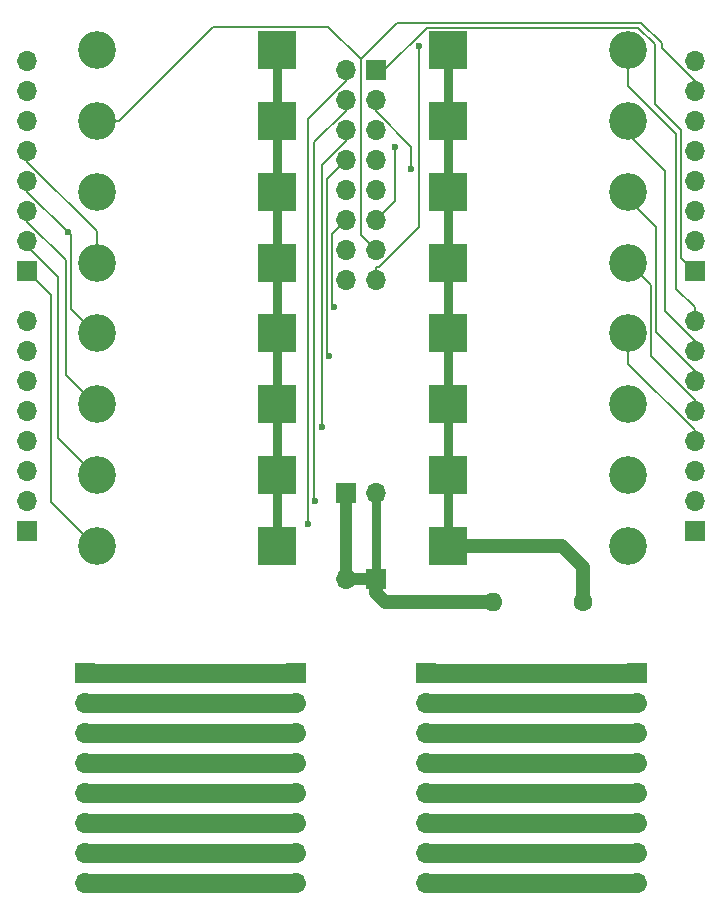
<source format=gbr>
%TF.GenerationSoftware,KiCad,Pcbnew,8.0.7*%
%TF.CreationDate,2025-01-06T10:47:41+08:00*%
%TF.ProjectId,V2.5 Mechanical Seven Segment Digit,56322e35-204d-4656-9368-616e6963616c,rev?*%
%TF.SameCoordinates,Original*%
%TF.FileFunction,Copper,L1,Top*%
%TF.FilePolarity,Positive*%
%FSLAX46Y46*%
G04 Gerber Fmt 4.6, Leading zero omitted, Abs format (unit mm)*
G04 Created by KiCad (PCBNEW 8.0.7) date 2025-01-06 10:47:41*
%MOMM*%
%LPD*%
G01*
G04 APERTURE LIST*
%TA.AperFunction,ComponentPad*%
%ADD10R,1.700000X1.700000*%
%TD*%
%TA.AperFunction,ComponentPad*%
%ADD11O,1.700000X1.700000*%
%TD*%
%TA.AperFunction,ComponentPad*%
%ADD12R,3.200000X3.200000*%
%TD*%
%TA.AperFunction,ComponentPad*%
%ADD13O,3.200000X3.200000*%
%TD*%
%TA.AperFunction,ComponentPad*%
%ADD14C,1.600000*%
%TD*%
%TA.AperFunction,ComponentPad*%
%ADD15O,1.600000X1.600000*%
%TD*%
%TA.AperFunction,ViaPad*%
%ADD16C,0.600000*%
%TD*%
%TA.AperFunction,Conductor*%
%ADD17C,0.200000*%
%TD*%
%TA.AperFunction,Conductor*%
%ADD18C,1.200000*%
%TD*%
%TA.AperFunction,Conductor*%
%ADD19C,0.800000*%
%TD*%
%TA.AperFunction,Conductor*%
%ADD20C,1.000000*%
%TD*%
%TA.AperFunction,Conductor*%
%ADD21C,1.600000*%
%TD*%
G04 APERTURE END LIST*
D10*
%TO.P,J9,1,Pin_1*%
%TO.N,Net-(J11-Pin_1)*%
X147500000Y-122250000D03*
D11*
%TO.P,J9,2,Pin_2*%
%TO.N,Net-(J11-Pin_2)*%
X147500000Y-124790000D03*
%TO.P,J9,3,Pin_3*%
%TO.N,Net-(J11-Pin_3)*%
X147500000Y-127330000D03*
%TO.P,J9,4,Pin_4*%
%TO.N,Net-(J11-Pin_4)*%
X147500000Y-129870000D03*
%TO.P,J9,5,Pin_5*%
%TO.N,Net-(J11-Pin_5)*%
X147500000Y-132410000D03*
%TO.P,J9,6,Pin_6*%
%TO.N,Net-(J11-Pin_6)*%
X147500000Y-134950000D03*
%TO.P,J9,7,Pin_7*%
%TO.N,Net-(J11-Pin_7)*%
X147500000Y-137490000D03*
%TO.P,J9,8,Pin_8*%
%TO.N,Net-(J11-Pin_8)*%
X147500000Y-140030000D03*
%TD*%
D12*
%TO.P,D5,1,K*%
%TO.N,Net-(D1-K)*%
X134870000Y-99500000D03*
D13*
%TO.P,D5,2,A*%
%TO.N,Net-(D5-A)*%
X119630000Y-99500000D03*
%TD*%
D10*
%TO.P,J12,1,Pin_1*%
%TO.N,Net-(D1-A)*%
X143250000Y-71220000D03*
D11*
%TO.P,J12,2,Pin_2*%
%TO.N,Net-(D2-A)*%
X140710000Y-71220000D03*
%TO.P,J12,3,Pin_3*%
%TO.N,Net-(D3-A)*%
X143250000Y-73760000D03*
%TO.P,J12,4,Pin_4*%
%TO.N,Net-(D4-A)*%
X140710000Y-73760000D03*
%TO.P,J12,5,Pin_5*%
%TO.N,Net-(D5-A)*%
X143250000Y-76300000D03*
%TO.P,J12,6,Pin_6*%
%TO.N,Net-(D6-A)*%
X140710000Y-76300000D03*
%TO.P,J12,7,Pin_7*%
%TO.N,Net-(D7-A)*%
X143250000Y-78840000D03*
%TO.P,J12,8,Pin_8*%
%TO.N,Net-(D8-A)*%
X140710000Y-78840000D03*
%TO.P,J12,9,Pin_9*%
%TO.N,Net-(D9-A)*%
X143250000Y-81380000D03*
%TO.P,J12,10,Pin_10*%
%TO.N,Net-(D10-A)*%
X140710000Y-81380000D03*
%TO.P,J12,11,Pin_11*%
%TO.N,Net-(D11-A)*%
X143250000Y-83920000D03*
%TO.P,J12,12,Pin_12*%
%TO.N,Net-(D12-A)*%
X140710000Y-83920000D03*
%TO.P,J12,13,Pin_13*%
%TO.N,Net-(D13-A)*%
X143250000Y-86460000D03*
%TO.P,J12,14,Pin_14*%
%TO.N,Net-(D14-A)*%
X140710000Y-86460000D03*
%TO.P,J12,15,Pin_15*%
%TO.N,Net-(D15-A)*%
X143250000Y-89000000D03*
%TO.P,J12,16,Pin_16*%
%TO.N,Net-(D16-A)*%
X140710000Y-89000000D03*
%TD*%
D12*
%TO.P,D2,1,K*%
%TO.N,Net-(D1-K)*%
X149380000Y-111500000D03*
D13*
%TO.P,D2,2,A*%
%TO.N,Net-(D2-A)*%
X164620000Y-111500000D03*
%TD*%
D12*
%TO.P,D12,1,K*%
%TO.N,Net-(D1-K)*%
X149380000Y-81500000D03*
D13*
%TO.P,D12,2,A*%
%TO.N,Net-(D12-A)*%
X164620000Y-81500000D03*
%TD*%
D12*
%TO.P,D3,1,K*%
%TO.N,Net-(D1-K)*%
X134870000Y-105500000D03*
D13*
%TO.P,D3,2,A*%
%TO.N,Net-(D3-A)*%
X119630000Y-105500000D03*
%TD*%
D12*
%TO.P,D8,1,K*%
%TO.N,Net-(D1-K)*%
X149380000Y-93500000D03*
D13*
%TO.P,D8,2,A*%
%TO.N,Net-(D8-A)*%
X164620000Y-93500000D03*
%TD*%
D12*
%TO.P,D7,1,K*%
%TO.N,Net-(D1-K)*%
X134870000Y-93500000D03*
D13*
%TO.P,D7,2,A*%
%TO.N,Net-(D7-A)*%
X119630000Y-93500000D03*
%TD*%
D12*
%TO.P,D6,1,K*%
%TO.N,Net-(D1-K)*%
X149380000Y-99500000D03*
D13*
%TO.P,D6,2,A*%
%TO.N,Net-(D6-A)*%
X164620000Y-99500000D03*
%TD*%
D10*
%TO.P,J3,1,Pin_1*%
%TO.N,Com Anode*%
X143250000Y-114275000D03*
D11*
%TO.P,J3,2,Pin_2*%
X140710000Y-114275000D03*
%TD*%
D10*
%TO.P,J10,1,Pin_1*%
%TO.N,Net-(J10-Pin_1)*%
X136500000Y-122260000D03*
D11*
%TO.P,J10,2,Pin_2*%
%TO.N,Net-(J10-Pin_2)*%
X136500000Y-124800000D03*
%TO.P,J10,3,Pin_3*%
%TO.N,Net-(J10-Pin_3)*%
X136500000Y-127340000D03*
%TO.P,J10,4,Pin_4*%
%TO.N,Net-(J10-Pin_4)*%
X136500000Y-129880000D03*
%TO.P,J10,5,Pin_5*%
%TO.N,Net-(J10-Pin_5)*%
X136500000Y-132420000D03*
%TO.P,J10,6,Pin_6*%
%TO.N,Net-(J10-Pin_6)*%
X136500000Y-134960000D03*
%TO.P,J10,7,Pin_7*%
%TO.N,Net-(J10-Pin_7)*%
X136500000Y-137500000D03*
%TO.P,J10,8,Pin_8*%
%TO.N,Net-(J10-Pin_8)*%
X136500000Y-140040000D03*
%TD*%
D12*
%TO.P,D14,1,K*%
%TO.N,Net-(D1-K)*%
X149380000Y-75500000D03*
D13*
%TO.P,D14,2,A*%
%TO.N,Net-(D14-A)*%
X164620000Y-75500000D03*
%TD*%
D12*
%TO.P,D15,1,K*%
%TO.N,Net-(D1-K)*%
X134870000Y-69500000D03*
D13*
%TO.P,D15,2,A*%
%TO.N,Net-(D15-A)*%
X119630000Y-69500000D03*
%TD*%
D14*
%TO.P,R1,1*%
%TO.N,Net-(D1-K)*%
X160810000Y-116250000D03*
D15*
%TO.P,R1,2*%
%TO.N,Com Anode*%
X153190000Y-116250000D03*
%TD*%
D12*
%TO.P,D9,1,K*%
%TO.N,Net-(D1-K)*%
X134870000Y-87500000D03*
D13*
%TO.P,D9,2,A*%
%TO.N,Net-(D9-A)*%
X119630000Y-87500000D03*
%TD*%
D12*
%TO.P,D11,1,K*%
%TO.N,Net-(D1-K)*%
X134870000Y-81500000D03*
D13*
%TO.P,D11,2,A*%
%TO.N,Net-(D11-A)*%
X119630000Y-81500000D03*
%TD*%
D10*
%TO.P,J8,1,Pin_1*%
%TO.N,Net-(J10-Pin_1)*%
X118600000Y-122260000D03*
D11*
%TO.P,J8,2,Pin_2*%
%TO.N,Net-(J10-Pin_2)*%
X118600000Y-124800000D03*
%TO.P,J8,3,Pin_3*%
%TO.N,Net-(J10-Pin_3)*%
X118600000Y-127340000D03*
%TO.P,J8,4,Pin_4*%
%TO.N,Net-(J10-Pin_4)*%
X118600000Y-129880000D03*
%TO.P,J8,5,Pin_5*%
%TO.N,Net-(J10-Pin_5)*%
X118600000Y-132420000D03*
%TO.P,J8,6,Pin_6*%
%TO.N,Net-(J10-Pin_6)*%
X118600000Y-134960000D03*
%TO.P,J8,7,Pin_7*%
%TO.N,Net-(J10-Pin_7)*%
X118600000Y-137500000D03*
%TO.P,J8,8,Pin_8*%
%TO.N,Net-(J10-Pin_8)*%
X118600000Y-140040000D03*
%TD*%
D12*
%TO.P,D4,1,K*%
%TO.N,Net-(D1-K)*%
X149380000Y-105500000D03*
D13*
%TO.P,D4,2,A*%
%TO.N,Net-(D4-A)*%
X164620000Y-105500000D03*
%TD*%
D12*
%TO.P,D10,1,K*%
%TO.N,Net-(D1-K)*%
X149380000Y-87500000D03*
D13*
%TO.P,D10,2,A*%
%TO.N,Net-(D10-A)*%
X164620000Y-87500000D03*
%TD*%
D10*
%TO.P,J11,1,Pin_1*%
%TO.N,Net-(J11-Pin_1)*%
X165400000Y-122250000D03*
D11*
%TO.P,J11,2,Pin_2*%
%TO.N,Net-(J11-Pin_2)*%
X165400000Y-124790000D03*
%TO.P,J11,3,Pin_3*%
%TO.N,Net-(J11-Pin_3)*%
X165400000Y-127330000D03*
%TO.P,J11,4,Pin_4*%
%TO.N,Net-(J11-Pin_4)*%
X165400000Y-129870000D03*
%TO.P,J11,5,Pin_5*%
%TO.N,Net-(J11-Pin_5)*%
X165400000Y-132410000D03*
%TO.P,J11,6,Pin_6*%
%TO.N,Net-(J11-Pin_6)*%
X165400000Y-134950000D03*
%TO.P,J11,7,Pin_7*%
%TO.N,Net-(J11-Pin_7)*%
X165400000Y-137490000D03*
%TO.P,J11,8,Pin_8*%
%TO.N,Net-(J11-Pin_8)*%
X165400000Y-140030000D03*
%TD*%
D12*
%TO.P,D1,1,K*%
%TO.N,Net-(D1-K)*%
X134870000Y-111500000D03*
D13*
%TO.P,D1,2,A*%
%TO.N,Net-(D1-A)*%
X119630000Y-111500000D03*
%TD*%
D12*
%TO.P,D16,1,K*%
%TO.N,Net-(D1-K)*%
X149380000Y-69500000D03*
D13*
%TO.P,D16,2,A*%
%TO.N,Net-(D16-A)*%
X164620000Y-69500000D03*
%TD*%
D12*
%TO.P,D13,1,K*%
%TO.N,Net-(D1-K)*%
X134870000Y-75500000D03*
D13*
%TO.P,D13,2,A*%
%TO.N,Net-(D13-A)*%
X119630000Y-75500000D03*
%TD*%
D10*
%TO.P,J6,1,Pin_1*%
%TO.N,Net-(D1-A)*%
X170250000Y-88230000D03*
D11*
%TO.P,J6,2,Pin_2*%
%TO.N,Net-(D3-A)*%
X170250000Y-85690000D03*
%TO.P,J6,3,Pin_3*%
%TO.N,Net-(D5-A)*%
X170250000Y-83150000D03*
%TO.P,J6,4,Pin_4*%
%TO.N,Net-(D7-A)*%
X170250000Y-80610000D03*
%TO.P,J6,5,Pin_5*%
%TO.N,Net-(D9-A)*%
X170250000Y-78070000D03*
%TO.P,J6,6,Pin_6*%
%TO.N,Net-(D11-A)*%
X170250000Y-75530000D03*
%TO.P,J6,7,Pin_7*%
%TO.N,Net-(D13-A)*%
X170250000Y-72990000D03*
%TO.P,J6,8,Pin_8*%
%TO.N,Net-(D15-A)*%
X170250000Y-70450000D03*
%TD*%
D10*
%TO.P,J5,1,Pin_1*%
%TO.N,Com Anode*%
X140710000Y-107025000D03*
D11*
%TO.P,J5,2,Pin_2*%
X143250000Y-107025000D03*
%TD*%
D10*
%TO.P,J2,1,Pin_1*%
%TO.N,Net-(D2-A)*%
X113750000Y-110200000D03*
D11*
%TO.P,J2,2,Pin_2*%
%TO.N,Net-(D4-A)*%
X113750000Y-107660000D03*
%TO.P,J2,3,Pin_3*%
%TO.N,Net-(D6-A)*%
X113750000Y-105120000D03*
%TO.P,J2,4,Pin_4*%
%TO.N,Net-(D8-A)*%
X113750000Y-102580000D03*
%TO.P,J2,5,Pin_5*%
%TO.N,Net-(D10-A)*%
X113750000Y-100040000D03*
%TO.P,J2,6,Pin_6*%
%TO.N,Net-(D12-A)*%
X113750000Y-97500000D03*
%TO.P,J2,7,Pin_7*%
%TO.N,Net-(D14-A)*%
X113750000Y-94960000D03*
%TO.P,J2,8,Pin_8*%
%TO.N,Net-(D16-A)*%
X113750000Y-92420000D03*
%TD*%
D10*
%TO.P,J1,1,Pin_1*%
%TO.N,Net-(D1-A)*%
X113750000Y-88240000D03*
D11*
%TO.P,J1,2,Pin_2*%
%TO.N,Net-(D3-A)*%
X113750000Y-85700000D03*
%TO.P,J1,3,Pin_3*%
%TO.N,Net-(D5-A)*%
X113750000Y-83160000D03*
%TO.P,J1,4,Pin_4*%
%TO.N,Net-(D7-A)*%
X113750000Y-80620000D03*
%TO.P,J1,5,Pin_5*%
%TO.N,Net-(D9-A)*%
X113750000Y-78080000D03*
%TO.P,J1,6,Pin_6*%
%TO.N,Net-(D11-A)*%
X113750000Y-75540000D03*
%TO.P,J1,7,Pin_7*%
%TO.N,Net-(D13-A)*%
X113750000Y-73000000D03*
%TO.P,J1,8,Pin_8*%
%TO.N,Net-(D15-A)*%
X113750000Y-70460000D03*
%TD*%
D10*
%TO.P,J7,1,Pin_1*%
%TO.N,Net-(D2-A)*%
X170250000Y-110200000D03*
D11*
%TO.P,J7,2,Pin_2*%
%TO.N,Net-(D4-A)*%
X170250000Y-107660000D03*
%TO.P,J7,3,Pin_3*%
%TO.N,Net-(D6-A)*%
X170250000Y-105120000D03*
%TO.P,J7,4,Pin_4*%
%TO.N,Net-(D8-A)*%
X170250000Y-102580000D03*
%TO.P,J7,5,Pin_5*%
%TO.N,Net-(D10-A)*%
X170250000Y-100040000D03*
%TO.P,J7,6,Pin_6*%
%TO.N,Net-(D12-A)*%
X170250000Y-97500000D03*
%TO.P,J7,7,Pin_7*%
%TO.N,Net-(D14-A)*%
X170250000Y-94960000D03*
%TO.P,J7,8,Pin_8*%
%TO.N,Net-(D16-A)*%
X170250000Y-92420000D03*
%TD*%
D16*
%TO.N,Net-(D2-A)*%
X137486400Y-109598300D03*
%TO.N,Net-(D3-A)*%
X146277300Y-79562200D03*
%TO.N,Net-(D4-A)*%
X138145000Y-107660000D03*
%TO.N,Net-(D6-A)*%
X138666500Y-101400000D03*
%TO.N,Net-(D7-A)*%
X117166300Y-84900100D03*
%TO.N,Net-(D8-A)*%
X139286000Y-95413000D03*
%TO.N,Net-(D11-A)*%
X144906700Y-77750900D03*
%TO.N,Net-(D12-A)*%
X139750000Y-91250000D03*
%TO.N,Net-(D15-A)*%
X146889500Y-69164200D03*
%TD*%
D17*
%TO.N,Net-(D1-A)*%
X166890700Y-74099000D02*
X169098300Y-76306600D01*
X169098300Y-76306600D02*
X169098300Y-87078300D01*
X166890700Y-69029500D02*
X166890700Y-74099000D01*
X113750000Y-88240000D02*
X113750000Y-88250000D01*
X119500000Y-111500000D02*
X119630000Y-111500000D01*
X165459500Y-67598300D02*
X166890700Y-69029500D01*
X147591500Y-67598300D02*
X165459500Y-67598300D01*
X143250000Y-71220000D02*
X143969800Y-71220000D01*
X169098300Y-87078300D02*
X170250000Y-88230000D01*
X115750000Y-107750000D02*
X119500000Y-111500000D01*
X115750000Y-90250000D02*
X115750000Y-107750000D01*
X143969800Y-71220000D02*
X147591500Y-67598300D01*
X113750000Y-88250000D02*
X115750000Y-90250000D01*
D18*
%TO.N,Com Anode*%
X143250000Y-115500000D02*
X144000000Y-116250000D01*
D19*
X143250000Y-107025000D02*
X143250000Y-114275000D01*
D18*
X143250000Y-114275000D02*
X143250000Y-115500000D01*
D20*
X140710000Y-114275000D02*
X140710000Y-107025000D01*
X143250000Y-114275000D02*
X140710000Y-114275000D01*
D18*
X144000000Y-116250000D02*
X153190000Y-116250000D01*
D17*
%TO.N,Net-(D2-A)*%
X137486400Y-75326800D02*
X137486400Y-109598300D01*
X140710000Y-72103200D02*
X137486400Y-75326800D01*
X140710000Y-71220000D02*
X140710000Y-72103200D01*
%TO.N,Net-(D3-A)*%
X143250000Y-74643200D02*
X146277300Y-77670500D01*
X116374300Y-88684200D02*
X116374300Y-102374300D01*
X143250000Y-73760000D02*
X143250000Y-74643200D01*
X116374300Y-102374300D02*
X119500000Y-105500000D01*
X119500000Y-105500000D02*
X119630000Y-105500000D01*
X113750000Y-86059900D02*
X116374300Y-88684200D01*
X113750000Y-85700000D02*
X113750000Y-86059900D01*
X146277300Y-77670500D02*
X146277300Y-79562200D01*
%TO.N,Net-(D4-A)*%
X140710000Y-73760000D02*
X140710000Y-74643200D01*
X140710000Y-74643200D02*
X138052800Y-77300400D01*
X138052800Y-107567800D02*
X138145000Y-107660000D01*
X138052800Y-77300400D02*
X138052800Y-107567800D01*
%TO.N,Net-(D5-A)*%
X113750000Y-83160000D02*
X113750000Y-84023800D01*
X117028700Y-97028700D02*
X119500000Y-99500000D01*
X117028700Y-87302500D02*
X117028700Y-97028700D01*
X113750000Y-84023800D02*
X117028700Y-87302500D01*
X119500000Y-99500000D02*
X119630000Y-99500000D01*
%TO.N,Net-(D6-A)*%
X140710000Y-77183200D02*
X138666500Y-79226700D01*
X138666500Y-79226700D02*
X138666500Y-101400000D01*
X140710000Y-76300000D02*
X140710000Y-77183200D01*
%TO.N,Net-(D7-A)*%
X117437800Y-85171600D02*
X117437800Y-91437800D01*
X113750000Y-80620000D02*
X113750000Y-81483800D01*
X113750000Y-81483800D02*
X117166300Y-84900100D01*
X117437800Y-91437800D02*
X119500000Y-93500000D01*
X117166300Y-84900100D02*
X117437800Y-85171600D01*
X119500000Y-93500000D02*
X119630000Y-93500000D01*
%TO.N,Net-(D8-A)*%
X139119800Y-95246800D02*
X139286000Y-95413000D01*
X139119800Y-80430200D02*
X139119800Y-95246800D01*
X164620000Y-93500000D02*
X164620000Y-96066800D01*
X140710000Y-78840000D02*
X139119800Y-80430200D01*
X170250000Y-101696800D02*
X170250000Y-102580000D01*
X164620000Y-96066800D02*
X170250000Y-101696800D01*
%TO.N,Net-(D9-A)*%
X113750000Y-78985600D02*
X119630000Y-84865600D01*
X119630000Y-84865600D02*
X119630000Y-87500000D01*
X113750000Y-78080000D02*
X113750000Y-78985600D01*
%TO.N,Net-(D10-A)*%
X164620000Y-87500000D02*
X166521700Y-89401700D01*
X166521700Y-95428500D02*
X170250000Y-99156800D01*
X170250000Y-99156800D02*
X170250000Y-100040000D01*
X166521700Y-89401700D02*
X166521700Y-95428500D01*
%TO.N,Net-(D11-A)*%
X143250000Y-83920000D02*
X144906700Y-82263300D01*
X144906700Y-82263300D02*
X144906700Y-77750900D01*
%TO.N,Net-(D12-A)*%
X170250000Y-96636200D02*
X167017300Y-93403500D01*
X167017300Y-93403500D02*
X167017300Y-84517300D01*
X164620000Y-82120000D02*
X164620000Y-81500000D01*
X167017300Y-84517300D02*
X164620000Y-82120000D01*
X139750000Y-91250000D02*
X139536100Y-91036100D01*
X139536100Y-91036100D02*
X139536100Y-85093900D01*
X139536100Y-85093900D02*
X140710000Y-83920000D01*
X170250000Y-97500000D02*
X170250000Y-96636200D01*
%TO.N,Net-(D13-A)*%
X170250000Y-72106000D02*
X167458800Y-69314800D01*
X170250000Y-72990000D02*
X170250000Y-72106000D01*
X121531700Y-75500000D02*
X129458100Y-67573600D01*
X129458100Y-67573600D02*
X139252900Y-67573600D01*
X165714600Y-67195100D02*
X145085600Y-67195100D01*
X167458800Y-69314800D02*
X167458800Y-68939300D01*
X141980000Y-85190000D02*
X143250000Y-86460000D01*
X167458800Y-68939300D02*
X165714600Y-67195100D01*
X139252900Y-67573600D02*
X141980000Y-70300700D01*
X119630000Y-75500000D02*
X121531700Y-75500000D01*
X141980000Y-70300700D02*
X141980000Y-85190000D01*
X145085600Y-67195100D02*
X141980000Y-70300700D01*
%TO.N,Net-(D14-A)*%
X167750700Y-79750700D02*
X164620000Y-76620000D01*
X170250000Y-94960000D02*
X170250000Y-94096200D01*
X164620000Y-76620000D02*
X164620000Y-75500000D01*
X170250000Y-94096200D02*
X167750700Y-91596900D01*
X167750700Y-91596900D02*
X167750700Y-79750700D01*
%TO.N,Net-(D15-A)*%
X146889500Y-84477300D02*
X146889500Y-69164200D01*
X143250000Y-89000000D02*
X143250000Y-87848300D01*
X143250000Y-87848300D02*
X143518500Y-87848300D01*
X143518500Y-87848300D02*
X146889500Y-84477300D01*
%TO.N,Net-(D16-A)*%
X164620000Y-72537700D02*
X168696500Y-76614200D01*
X164620000Y-69500000D02*
X164620000Y-71401700D01*
X170250000Y-92420000D02*
X170250000Y-91268300D01*
X168696500Y-89714800D02*
X170250000Y-91268300D01*
X168696500Y-76614200D02*
X168696500Y-89714800D01*
X164620000Y-71401700D02*
X164620000Y-72537700D01*
D21*
%TO.N,Net-(J10-Pin_6)*%
X118600000Y-134960000D02*
X136500000Y-134960000D01*
%TO.N,Net-(J10-Pin_2)*%
X136500000Y-124800000D02*
X118600000Y-124800000D01*
%TO.N,Net-(J10-Pin_5)*%
X118600000Y-132420000D02*
X136500000Y-132420000D01*
%TO.N,Net-(J10-Pin_7)*%
X136500000Y-137500000D02*
X118600000Y-137500000D01*
%TO.N,Net-(J10-Pin_8)*%
X118600000Y-140040000D02*
X136500000Y-140040000D01*
%TO.N,Net-(J10-Pin_1)*%
X118600000Y-122260000D02*
X136500000Y-122260000D01*
%TO.N,Net-(J10-Pin_4)*%
X136500000Y-129880000D02*
X118600000Y-129880000D01*
%TO.N,Net-(J10-Pin_3)*%
X118600000Y-127340000D02*
X136500000Y-127340000D01*
%TO.N,Net-(J11-Pin_6)*%
X165400000Y-134950000D02*
X147500000Y-134950000D01*
%TO.N,Net-(J11-Pin_2)*%
X165400000Y-124790000D02*
X147500000Y-124790000D01*
%TO.N,Net-(J11-Pin_5)*%
X147500000Y-132410000D02*
X165400000Y-132410000D01*
%TO.N,Net-(J11-Pin_7)*%
X165400000Y-137490000D02*
X147500000Y-137490000D01*
%TO.N,Net-(J11-Pin_8)*%
X147500000Y-140030000D02*
X165400000Y-140030000D01*
%TO.N,Net-(J11-Pin_1)*%
X165400000Y-122250000D02*
X147500000Y-122250000D01*
%TO.N,Net-(J11-Pin_4)*%
X165400000Y-129870000D02*
X147500000Y-129870000D01*
%TO.N,Net-(J11-Pin_3)*%
X147500000Y-127330000D02*
X165400000Y-127330000D01*
D19*
%TO.N,Net-(D1-K)*%
X149380000Y-75500000D02*
X149380000Y-81500000D01*
X134870000Y-87500000D02*
X134870000Y-93500000D01*
X134870000Y-105500000D02*
X134870000Y-99500000D01*
X149380000Y-69500000D02*
X149380000Y-75500000D01*
X134870000Y-81500000D02*
X134870000Y-87500000D01*
X134870000Y-75500000D02*
X134870000Y-69500000D01*
X149380000Y-105500000D02*
X149380000Y-111500000D01*
D18*
X160810000Y-113310000D02*
X160810000Y-116250000D01*
X159000000Y-111500000D02*
X160810000Y-113310000D01*
D19*
X134870000Y-111500000D02*
X134870000Y-105500000D01*
X149380000Y-93500000D02*
X149380000Y-87500000D01*
D18*
X149380000Y-111500000D02*
X159000000Y-111500000D01*
D19*
X134870000Y-93500000D02*
X134870000Y-99500000D01*
X149380000Y-99500000D02*
X149380000Y-93500000D01*
X134870000Y-81500000D02*
X134870000Y-75500000D01*
X149380000Y-99500000D02*
X149380000Y-105500000D01*
X149380000Y-87500000D02*
X149380000Y-81500000D01*
%TD*%
M02*

</source>
